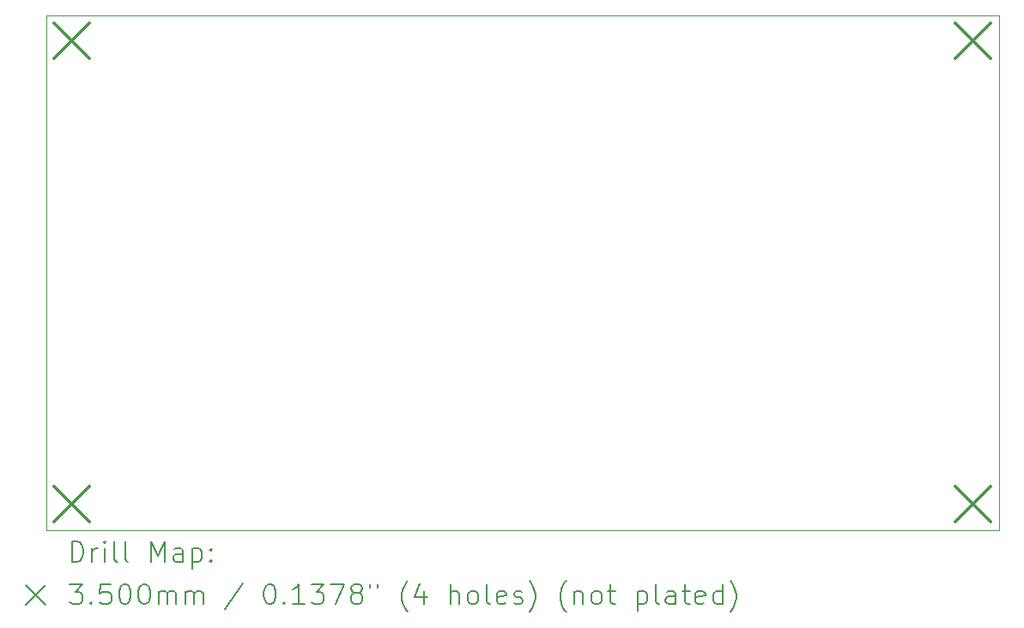
<source format=gbr>
%FSLAX45Y45*%
G04 Gerber Fmt 4.5, Leading zero omitted, Abs format (unit mm)*
G04 Created by KiCad (PCBNEW (6.0.1)) date 2022-04-25 15:23:27*
%MOMM*%
%LPD*%
G01*
G04 APERTURE LIST*
%TA.AperFunction,Profile*%
%ADD10C,0.100000*%
%TD*%
%ADD11C,0.200000*%
%ADD12C,0.350000*%
G04 APERTURE END LIST*
D10*
X17526000Y-7620000D02*
X8128000Y-7620000D01*
X8128000Y-7620000D02*
X8128000Y-12700000D01*
X8128000Y-12700000D02*
X17526000Y-12700000D01*
X17526000Y-12700000D02*
X17526000Y-7620000D01*
D11*
D12*
X8207000Y-7699000D02*
X8557000Y-8049000D01*
X8557000Y-7699000D02*
X8207000Y-8049000D01*
X8207000Y-12271000D02*
X8557000Y-12621000D01*
X8557000Y-12271000D02*
X8207000Y-12621000D01*
X17097000Y-7699000D02*
X17447000Y-8049000D01*
X17447000Y-7699000D02*
X17097000Y-8049000D01*
X17097000Y-12271000D02*
X17447000Y-12621000D01*
X17447000Y-12271000D02*
X17097000Y-12621000D01*
D11*
X8380619Y-13015476D02*
X8380619Y-12815476D01*
X8428238Y-12815476D01*
X8456810Y-12825000D01*
X8475857Y-12844048D01*
X8485381Y-12863095D01*
X8494905Y-12901190D01*
X8494905Y-12929762D01*
X8485381Y-12967857D01*
X8475857Y-12986905D01*
X8456810Y-13005952D01*
X8428238Y-13015476D01*
X8380619Y-13015476D01*
X8580619Y-13015476D02*
X8580619Y-12882143D01*
X8580619Y-12920238D02*
X8590143Y-12901190D01*
X8599667Y-12891667D01*
X8618714Y-12882143D01*
X8637762Y-12882143D01*
X8704429Y-13015476D02*
X8704429Y-12882143D01*
X8704429Y-12815476D02*
X8694905Y-12825000D01*
X8704429Y-12834524D01*
X8713952Y-12825000D01*
X8704429Y-12815476D01*
X8704429Y-12834524D01*
X8828238Y-13015476D02*
X8809190Y-13005952D01*
X8799667Y-12986905D01*
X8799667Y-12815476D01*
X8933000Y-13015476D02*
X8913952Y-13005952D01*
X8904429Y-12986905D01*
X8904429Y-12815476D01*
X9161571Y-13015476D02*
X9161571Y-12815476D01*
X9228238Y-12958333D01*
X9294905Y-12815476D01*
X9294905Y-13015476D01*
X9475857Y-13015476D02*
X9475857Y-12910714D01*
X9466333Y-12891667D01*
X9447286Y-12882143D01*
X9409190Y-12882143D01*
X9390143Y-12891667D01*
X9475857Y-13005952D02*
X9456810Y-13015476D01*
X9409190Y-13015476D01*
X9390143Y-13005952D01*
X9380619Y-12986905D01*
X9380619Y-12967857D01*
X9390143Y-12948809D01*
X9409190Y-12939286D01*
X9456810Y-12939286D01*
X9475857Y-12929762D01*
X9571095Y-12882143D02*
X9571095Y-13082143D01*
X9571095Y-12891667D02*
X9590143Y-12882143D01*
X9628238Y-12882143D01*
X9647286Y-12891667D01*
X9656810Y-12901190D01*
X9666333Y-12920238D01*
X9666333Y-12977381D01*
X9656810Y-12996428D01*
X9647286Y-13005952D01*
X9628238Y-13015476D01*
X9590143Y-13015476D01*
X9571095Y-13005952D01*
X9752048Y-12996428D02*
X9761571Y-13005952D01*
X9752048Y-13015476D01*
X9742524Y-13005952D01*
X9752048Y-12996428D01*
X9752048Y-13015476D01*
X9752048Y-12891667D02*
X9761571Y-12901190D01*
X9752048Y-12910714D01*
X9742524Y-12901190D01*
X9752048Y-12891667D01*
X9752048Y-12910714D01*
X7923000Y-13245000D02*
X8123000Y-13445000D01*
X8123000Y-13245000D02*
X7923000Y-13445000D01*
X8361571Y-13235476D02*
X8485381Y-13235476D01*
X8418714Y-13311667D01*
X8447286Y-13311667D01*
X8466333Y-13321190D01*
X8475857Y-13330714D01*
X8485381Y-13349762D01*
X8485381Y-13397381D01*
X8475857Y-13416428D01*
X8466333Y-13425952D01*
X8447286Y-13435476D01*
X8390143Y-13435476D01*
X8371095Y-13425952D01*
X8361571Y-13416428D01*
X8571095Y-13416428D02*
X8580619Y-13425952D01*
X8571095Y-13435476D01*
X8561571Y-13425952D01*
X8571095Y-13416428D01*
X8571095Y-13435476D01*
X8761571Y-13235476D02*
X8666333Y-13235476D01*
X8656810Y-13330714D01*
X8666333Y-13321190D01*
X8685381Y-13311667D01*
X8733000Y-13311667D01*
X8752048Y-13321190D01*
X8761571Y-13330714D01*
X8771095Y-13349762D01*
X8771095Y-13397381D01*
X8761571Y-13416428D01*
X8752048Y-13425952D01*
X8733000Y-13435476D01*
X8685381Y-13435476D01*
X8666333Y-13425952D01*
X8656810Y-13416428D01*
X8894905Y-13235476D02*
X8913952Y-13235476D01*
X8933000Y-13245000D01*
X8942524Y-13254524D01*
X8952048Y-13273571D01*
X8961571Y-13311667D01*
X8961571Y-13359286D01*
X8952048Y-13397381D01*
X8942524Y-13416428D01*
X8933000Y-13425952D01*
X8913952Y-13435476D01*
X8894905Y-13435476D01*
X8875857Y-13425952D01*
X8866333Y-13416428D01*
X8856810Y-13397381D01*
X8847286Y-13359286D01*
X8847286Y-13311667D01*
X8856810Y-13273571D01*
X8866333Y-13254524D01*
X8875857Y-13245000D01*
X8894905Y-13235476D01*
X9085381Y-13235476D02*
X9104429Y-13235476D01*
X9123476Y-13245000D01*
X9133000Y-13254524D01*
X9142524Y-13273571D01*
X9152048Y-13311667D01*
X9152048Y-13359286D01*
X9142524Y-13397381D01*
X9133000Y-13416428D01*
X9123476Y-13425952D01*
X9104429Y-13435476D01*
X9085381Y-13435476D01*
X9066333Y-13425952D01*
X9056810Y-13416428D01*
X9047286Y-13397381D01*
X9037762Y-13359286D01*
X9037762Y-13311667D01*
X9047286Y-13273571D01*
X9056810Y-13254524D01*
X9066333Y-13245000D01*
X9085381Y-13235476D01*
X9237762Y-13435476D02*
X9237762Y-13302143D01*
X9237762Y-13321190D02*
X9247286Y-13311667D01*
X9266333Y-13302143D01*
X9294905Y-13302143D01*
X9313952Y-13311667D01*
X9323476Y-13330714D01*
X9323476Y-13435476D01*
X9323476Y-13330714D02*
X9333000Y-13311667D01*
X9352048Y-13302143D01*
X9380619Y-13302143D01*
X9399667Y-13311667D01*
X9409190Y-13330714D01*
X9409190Y-13435476D01*
X9504429Y-13435476D02*
X9504429Y-13302143D01*
X9504429Y-13321190D02*
X9513952Y-13311667D01*
X9533000Y-13302143D01*
X9561571Y-13302143D01*
X9580619Y-13311667D01*
X9590143Y-13330714D01*
X9590143Y-13435476D01*
X9590143Y-13330714D02*
X9599667Y-13311667D01*
X9618714Y-13302143D01*
X9647286Y-13302143D01*
X9666333Y-13311667D01*
X9675857Y-13330714D01*
X9675857Y-13435476D01*
X10066333Y-13225952D02*
X9894905Y-13483095D01*
X10323476Y-13235476D02*
X10342524Y-13235476D01*
X10361571Y-13245000D01*
X10371095Y-13254524D01*
X10380619Y-13273571D01*
X10390143Y-13311667D01*
X10390143Y-13359286D01*
X10380619Y-13397381D01*
X10371095Y-13416428D01*
X10361571Y-13425952D01*
X10342524Y-13435476D01*
X10323476Y-13435476D01*
X10304429Y-13425952D01*
X10294905Y-13416428D01*
X10285381Y-13397381D01*
X10275857Y-13359286D01*
X10275857Y-13311667D01*
X10285381Y-13273571D01*
X10294905Y-13254524D01*
X10304429Y-13245000D01*
X10323476Y-13235476D01*
X10475857Y-13416428D02*
X10485381Y-13425952D01*
X10475857Y-13435476D01*
X10466333Y-13425952D01*
X10475857Y-13416428D01*
X10475857Y-13435476D01*
X10675857Y-13435476D02*
X10561571Y-13435476D01*
X10618714Y-13435476D02*
X10618714Y-13235476D01*
X10599667Y-13264048D01*
X10580619Y-13283095D01*
X10561571Y-13292619D01*
X10742524Y-13235476D02*
X10866333Y-13235476D01*
X10799667Y-13311667D01*
X10828238Y-13311667D01*
X10847286Y-13321190D01*
X10856810Y-13330714D01*
X10866333Y-13349762D01*
X10866333Y-13397381D01*
X10856810Y-13416428D01*
X10847286Y-13425952D01*
X10828238Y-13435476D01*
X10771095Y-13435476D01*
X10752048Y-13425952D01*
X10742524Y-13416428D01*
X10933000Y-13235476D02*
X11066333Y-13235476D01*
X10980619Y-13435476D01*
X11171095Y-13321190D02*
X11152048Y-13311667D01*
X11142524Y-13302143D01*
X11133000Y-13283095D01*
X11133000Y-13273571D01*
X11142524Y-13254524D01*
X11152048Y-13245000D01*
X11171095Y-13235476D01*
X11209190Y-13235476D01*
X11228238Y-13245000D01*
X11237762Y-13254524D01*
X11247286Y-13273571D01*
X11247286Y-13283095D01*
X11237762Y-13302143D01*
X11228238Y-13311667D01*
X11209190Y-13321190D01*
X11171095Y-13321190D01*
X11152048Y-13330714D01*
X11142524Y-13340238D01*
X11133000Y-13359286D01*
X11133000Y-13397381D01*
X11142524Y-13416428D01*
X11152048Y-13425952D01*
X11171095Y-13435476D01*
X11209190Y-13435476D01*
X11228238Y-13425952D01*
X11237762Y-13416428D01*
X11247286Y-13397381D01*
X11247286Y-13359286D01*
X11237762Y-13340238D01*
X11228238Y-13330714D01*
X11209190Y-13321190D01*
X11323476Y-13235476D02*
X11323476Y-13273571D01*
X11399667Y-13235476D02*
X11399667Y-13273571D01*
X11694905Y-13511667D02*
X11685381Y-13502143D01*
X11666333Y-13473571D01*
X11656809Y-13454524D01*
X11647286Y-13425952D01*
X11637762Y-13378333D01*
X11637762Y-13340238D01*
X11647286Y-13292619D01*
X11656809Y-13264048D01*
X11666333Y-13245000D01*
X11685381Y-13216428D01*
X11694905Y-13206905D01*
X11856809Y-13302143D02*
X11856809Y-13435476D01*
X11809190Y-13225952D02*
X11761571Y-13368809D01*
X11885381Y-13368809D01*
X12113952Y-13435476D02*
X12113952Y-13235476D01*
X12199667Y-13435476D02*
X12199667Y-13330714D01*
X12190143Y-13311667D01*
X12171095Y-13302143D01*
X12142524Y-13302143D01*
X12123476Y-13311667D01*
X12113952Y-13321190D01*
X12323476Y-13435476D02*
X12304428Y-13425952D01*
X12294905Y-13416428D01*
X12285381Y-13397381D01*
X12285381Y-13340238D01*
X12294905Y-13321190D01*
X12304428Y-13311667D01*
X12323476Y-13302143D01*
X12352048Y-13302143D01*
X12371095Y-13311667D01*
X12380619Y-13321190D01*
X12390143Y-13340238D01*
X12390143Y-13397381D01*
X12380619Y-13416428D01*
X12371095Y-13425952D01*
X12352048Y-13435476D01*
X12323476Y-13435476D01*
X12504428Y-13435476D02*
X12485381Y-13425952D01*
X12475857Y-13406905D01*
X12475857Y-13235476D01*
X12656809Y-13425952D02*
X12637762Y-13435476D01*
X12599667Y-13435476D01*
X12580619Y-13425952D01*
X12571095Y-13406905D01*
X12571095Y-13330714D01*
X12580619Y-13311667D01*
X12599667Y-13302143D01*
X12637762Y-13302143D01*
X12656809Y-13311667D01*
X12666333Y-13330714D01*
X12666333Y-13349762D01*
X12571095Y-13368809D01*
X12742524Y-13425952D02*
X12761571Y-13435476D01*
X12799667Y-13435476D01*
X12818714Y-13425952D01*
X12828238Y-13406905D01*
X12828238Y-13397381D01*
X12818714Y-13378333D01*
X12799667Y-13368809D01*
X12771095Y-13368809D01*
X12752048Y-13359286D01*
X12742524Y-13340238D01*
X12742524Y-13330714D01*
X12752048Y-13311667D01*
X12771095Y-13302143D01*
X12799667Y-13302143D01*
X12818714Y-13311667D01*
X12894905Y-13511667D02*
X12904428Y-13502143D01*
X12923476Y-13473571D01*
X12933000Y-13454524D01*
X12942524Y-13425952D01*
X12952048Y-13378333D01*
X12952048Y-13340238D01*
X12942524Y-13292619D01*
X12933000Y-13264048D01*
X12923476Y-13245000D01*
X12904428Y-13216428D01*
X12894905Y-13206905D01*
X13256809Y-13511667D02*
X13247286Y-13502143D01*
X13228238Y-13473571D01*
X13218714Y-13454524D01*
X13209190Y-13425952D01*
X13199667Y-13378333D01*
X13199667Y-13340238D01*
X13209190Y-13292619D01*
X13218714Y-13264048D01*
X13228238Y-13245000D01*
X13247286Y-13216428D01*
X13256809Y-13206905D01*
X13333000Y-13302143D02*
X13333000Y-13435476D01*
X13333000Y-13321190D02*
X13342524Y-13311667D01*
X13361571Y-13302143D01*
X13390143Y-13302143D01*
X13409190Y-13311667D01*
X13418714Y-13330714D01*
X13418714Y-13435476D01*
X13542524Y-13435476D02*
X13523476Y-13425952D01*
X13513952Y-13416428D01*
X13504428Y-13397381D01*
X13504428Y-13340238D01*
X13513952Y-13321190D01*
X13523476Y-13311667D01*
X13542524Y-13302143D01*
X13571095Y-13302143D01*
X13590143Y-13311667D01*
X13599667Y-13321190D01*
X13609190Y-13340238D01*
X13609190Y-13397381D01*
X13599667Y-13416428D01*
X13590143Y-13425952D01*
X13571095Y-13435476D01*
X13542524Y-13435476D01*
X13666333Y-13302143D02*
X13742524Y-13302143D01*
X13694905Y-13235476D02*
X13694905Y-13406905D01*
X13704428Y-13425952D01*
X13723476Y-13435476D01*
X13742524Y-13435476D01*
X13961571Y-13302143D02*
X13961571Y-13502143D01*
X13961571Y-13311667D02*
X13980619Y-13302143D01*
X14018714Y-13302143D01*
X14037762Y-13311667D01*
X14047286Y-13321190D01*
X14056809Y-13340238D01*
X14056809Y-13397381D01*
X14047286Y-13416428D01*
X14037762Y-13425952D01*
X14018714Y-13435476D01*
X13980619Y-13435476D01*
X13961571Y-13425952D01*
X14171095Y-13435476D02*
X14152048Y-13425952D01*
X14142524Y-13406905D01*
X14142524Y-13235476D01*
X14333000Y-13435476D02*
X14333000Y-13330714D01*
X14323476Y-13311667D01*
X14304428Y-13302143D01*
X14266333Y-13302143D01*
X14247286Y-13311667D01*
X14333000Y-13425952D02*
X14313952Y-13435476D01*
X14266333Y-13435476D01*
X14247286Y-13425952D01*
X14237762Y-13406905D01*
X14237762Y-13387857D01*
X14247286Y-13368809D01*
X14266333Y-13359286D01*
X14313952Y-13359286D01*
X14333000Y-13349762D01*
X14399667Y-13302143D02*
X14475857Y-13302143D01*
X14428238Y-13235476D02*
X14428238Y-13406905D01*
X14437762Y-13425952D01*
X14456809Y-13435476D01*
X14475857Y-13435476D01*
X14618714Y-13425952D02*
X14599667Y-13435476D01*
X14561571Y-13435476D01*
X14542524Y-13425952D01*
X14533000Y-13406905D01*
X14533000Y-13330714D01*
X14542524Y-13311667D01*
X14561571Y-13302143D01*
X14599667Y-13302143D01*
X14618714Y-13311667D01*
X14628238Y-13330714D01*
X14628238Y-13349762D01*
X14533000Y-13368809D01*
X14799667Y-13435476D02*
X14799667Y-13235476D01*
X14799667Y-13425952D02*
X14780619Y-13435476D01*
X14742524Y-13435476D01*
X14723476Y-13425952D01*
X14713952Y-13416428D01*
X14704428Y-13397381D01*
X14704428Y-13340238D01*
X14713952Y-13321190D01*
X14723476Y-13311667D01*
X14742524Y-13302143D01*
X14780619Y-13302143D01*
X14799667Y-13311667D01*
X14875857Y-13511667D02*
X14885381Y-13502143D01*
X14904428Y-13473571D01*
X14913952Y-13454524D01*
X14923476Y-13425952D01*
X14933000Y-13378333D01*
X14933000Y-13340238D01*
X14923476Y-13292619D01*
X14913952Y-13264048D01*
X14904428Y-13245000D01*
X14885381Y-13216428D01*
X14875857Y-13206905D01*
M02*

</source>
